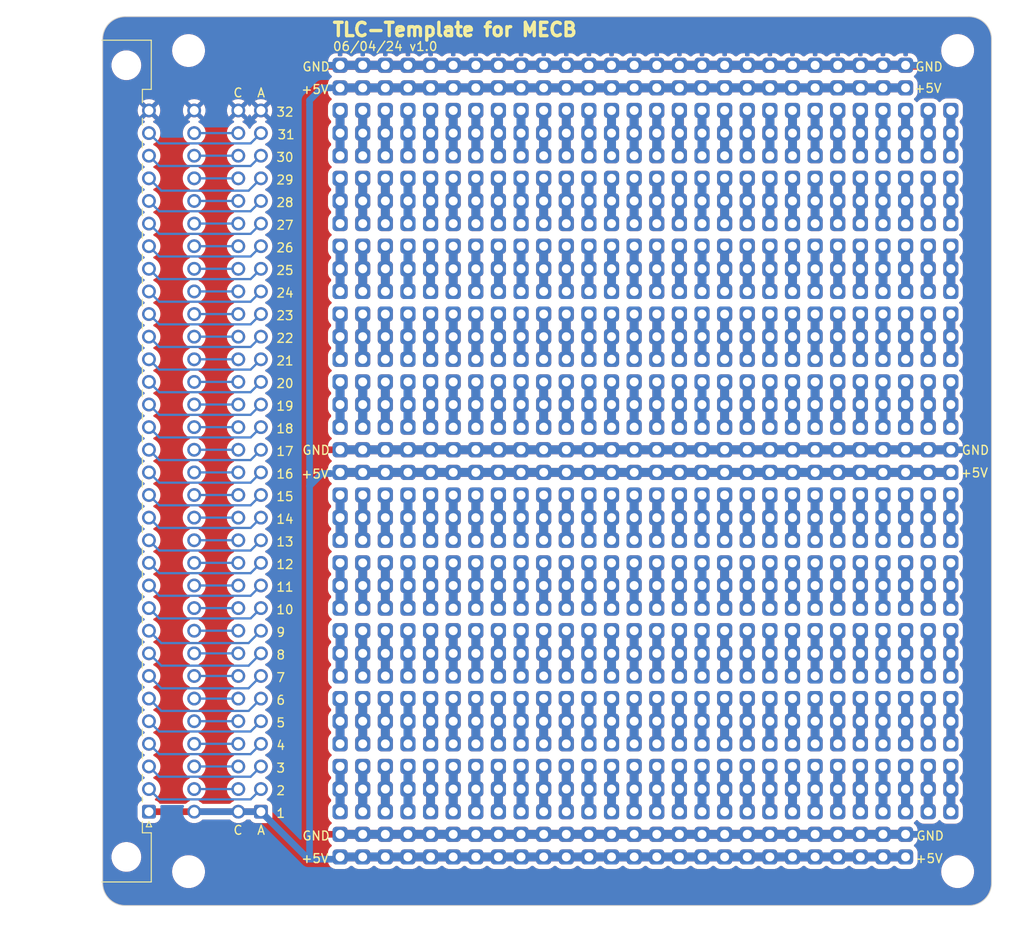
<source format=kicad_pcb>
(kicad_pcb (version 20221018) (generator pcbnew)
  (title_block (title "TLC-Template Card for MECB") (date "06/04/24") (rev "1.0") (company "TLC Stuff"))
  (layers (0 "F.Cu" signal) (31 "B.Cu" signal) (34 "B.Paste" user) (35 "F.Paste" user) (36 "B.SilkS" user "B.Silkscreen") (37 "F.SilkS" user "F.Silkscreen") (38 "B.Mask" user) (39 "F.Mask" user) (44 "Edge.Cuts" user))
  (net 0 "")
  (net 1 "GND")
  (net 2 "+5V")
  (net 3 "ECB_D5")
  (net 4 "ECB_D6")
  (net 5 "ECB_CLK")
  (net 6 "ECB_D3")
  (net 7 "ECB_D4")
  (net 8 "ECB_A2")
  (net 9 "ECB_A4")
  (net 10 "ECB_A5")
  (net 11 "ECB_A6")
  (net 12 "ECB_A14")
  (net 13 "ECB_~{IORQ}")
  (net 14 "ECB_A13")
  (net 15 "ECB_A9")
  (net 16 "ECB_D0")
  (net 17 "ECB_D7")
  (net 18 "ECB_D2")
  (net 19 "ECB_A0")
  (net 20 "ECB_A3")
  (net 21 "ECB_A1")
  (net 22 "ECB_A8")
  (net 23 "ECB_A7")
  (net 24 "ECB_D1")
  (net 25 "ECB_A11")
  (net 26 "ECB_A10")
  (net 27 "ECB_~{NMI}")
  (net 28 "ECB_~{INT}")
  (net 29 "ECB_~{WR}")
  (net 30 "ECB_~{RD}")
  (net 31 "ECB_A12")
  (net 32 "ECB_A15")
  (net 33 "ECB_~{MREQ}")
  (net 34 "ECB_~{RESET}")
  (net 35 "ECB_~{WAIT}")
  (net 36 "ECB_~{BUSRQ}")
  (net 37 "ECB_BA1")
  (net 38 "ECB_DEPR3")
  (net 39 "ECB_A19")
  (net 40 "ECB_DEPR2")
  (net 41 "ECB_A30")
  (net 42 "ECB_BAO")
  (net 43 "ECB_DEPR1")
  (net 44 "ECB_M1")
  (net 45 "ECB_A22")
  (net 46 "ECB_A23")
  (net 47 "ECB_IQ0")
  (net 48 "ECB_VBAT")
  (net 49 "ECB_IQ1")
  (net 50 "ECB_IQ2")
  (net 51 "ECB_~{RFSH}")
  (net 52 "ECB_~{BUSAK}")
  (net 53 "ECB_RESOUT")
  (net 54 "ECB_HALT")
  (net 55 "ECB_A20")
  (net 56 "ECB_A21")
  (net 57 "ECB_IEO")
  (net 58 "ECB_A31")
  (net 59 "ECB_A18")
  (net 60 "ECB_A17")
  (net 61 "ECB_IEI")
  (net 62 "ECB_A16")
  (net 63 "Net-(J9-Pin_1)")
  (footprint "MountingHole:MountingHole_3.2mm_M3" (layer "F.Cu") (at 192.532 50.419)
    (fp_text reference "H1" hide)
    (fp_text value "MountingHole")
  )
  (footprint "MountingHole:MountingHole_3.2mm_M3" (layer "F.Cu") (at 192.532 142.621)
    (fp_text reference "H2" hide)
    (fp_text value "MountingHole")
  )
  (footprint "MountingHole:MountingHole_3.2mm_M3" (layer "F.Cu") (at 106.172 50.419)
    (fp_text reference "H3" hide)
    (fp_text value "MountingHole")
  )
  (footprint "MountingHole:MountingHole_3.2mm_M3" (layer "F.Cu") (at 106.172 142.621)
    (fp_text reference "H4" hide)
    (fp_text value "MountingHole")
  )
  (footprint "TLC_Stuff:GRID_15" (layer "F.Cu") (at 189.23 118.11 -90)
    (fp_text reference "REF**" hide)
    (fp_text value "GRID_15" hide)
  )
  (footprint "Connector_DIN:DIN41612_C_2x32_Female_Vertical_THT" (layer "F.Cu") (at 114.3 135.89 180)
    (fp_text reference "J2" hide)
    (fp_text value "Conn_02x32_Row_Letter_First" hide)
  )
  (footprint "TLC_Stuff:GRID_15" (layer "F.Cu") (at 153.67 118.11 -90)
    (fp_text reference "REF**" hide)
    (fp_text value "GRID_15" hide)
  )
  (footprint "MyCustomFootprintLibrary:DIN41612_C_2x32_C64AC_Male_Horizontal_THT" (layer "F.Cu") (at 101.727 135.89 90)
    (fp_text reference "J1" hide)
    (fp_text value "MECB_64AC")
  )
  (footprint "TLC_Stuff:GRID_15" (layer "F.Cu") (at 171.45 118.11 -90)
    (fp_text reference "REF**" hide)
    (fp_text value "GRID_15" hide)
  )
  (footprint "TLC_Stuff:GRID_26" (layer "F.Cu") (at 146.05 52.07 90)
    (fp_text reference "J3" hide)
    (fp_text value "Conn_01x26" hide)
  )
  (footprint "TLC_Stuff:GRID_15" (layer "F.Cu") (at 133.35 118.11 -90)
    (fp_text reference "REF**" hide)
    (fp_text value "GRID_15" hide)
  )
  (footprint "TLC_Stuff:GRID_15" (layer "F.Cu") (at 151.13 118.11 90)
    (fp_text reference "REF**" hide)
    (fp_text value "GRID_15" hide)
  )
  (footprint "TLC_Stuff:GRID_15" (layer "F.Cu") (at 156.21 118.11 -90)
    (fp_text reference "REF**" hide)
    (fp_text value "GRID_15" hide)
  )
  (footprint "TLC_Stuff:GRID_15" (layer "F.Cu") (at 189.23 74.93 -90)
    (fp_text reference "REF**" hide)
    (fp_text value "GRID_15" hide)
  )
  (footprint "TLC_Stuff:GRID_28" (layer "F.Cu") (at 148.59 95.25 90)
    (fp_text reference "J8" hide)
    (fp_text value "Conn_01x32" hide)
  )
  (footprint "TLC_Stuff:GRID_15" (layer "F.Cu") (at 140.97 118.11 -90)
    (fp_text reference "REF**" hide)
    (fp_text value "GRID_15" hide)
  )
  (footprint "TLC_Stuff:GRID_28" (layer "F.Cu") (at 148.59 97.79 90)
    (fp_text reference "J7" hide)
    (fp_text value "Conn_01x32" hide)
  )
  (footprint "TLC_Stuff:GRID_15" (layer "F.Cu") (at 158.75 74.93 -90)
    (fp_text reference "REF**" hide)
    (fp_text value "GRID_15" hide)
  )
  (footprint "TLC_Stuff:GRID_15" (layer "F.Cu") (at 176.53 74.93 90)
    (fp_text reference "REF**" hide)
    (fp_text value "GRID_15" hide)
  )
  (footprint "TLC_Stuff:GRID_15" (layer "F.Cu") (at 186.69 118.11 90)
    (fp_text reference "REF**" hide)
    (fp_text value "GRID_15" hide)
  )
  (footprint "TLC_Stuff:GRID_15" (layer "F.Cu") (at 168.91 74.93 -90)
    (fp_text reference "REF**" hide)
    (fp_text value "GRID_15" hide)
  )
  (footprint "TLC_Stuff:GRID_15" (layer "F.Cu") (at 128.27 118.11 -90)
    (fp_text reference "REF**" hide)
    (fp_text value "GRID_15" hide)
  )
  (footprint "TLC_Stuff:GRID_15" (layer "F.Cu") (at 146.05 118.11 -90)
    (fp_text reference "REF**" hide)
    (fp_text value "GRID_15" hide)
  )
  (footprint "TLC_Stuff:GRID_15" (layer "F.Cu") (at 168.91 118.11 -90)
    (fp_text reference "REF**" hide)
    (fp_text value "GRID_15" hide)
  )
  (footprint "TLC_Stuff:GRID_15" (layer "F.Cu") (at 166.37 118.11 -90)
    (fp_text reference "REF**" hide)
    (fp_text value "GRID_15" hide)
  )
  (footprint "TLC_Stuff:GRID_15" (layer "F.Cu") (at 143.51 74.93 -90)
    (fp_text reference "REF**" hide)
    (fp_text value "GRID_15" hide)
  )
  (footprint "TLC_Stuff:GRID_15" (layer "F.Cu") (at 140.97 74.93 -90)
    (fp_text reference "REF**" hide)
    (fp_text value "GRID_15" hide)
  )
  (footprint "TLC_Stuff:GRID_15" (layer "F.Cu") (at 163.83 74.93 90)
    (fp_text reference "REF**" hide)
    (fp_text value "GRID_15" hide)
  )
  (footprint "TLC_Stuff:GRID_15" (layer "F.Cu") (at 186.69 74.93 90)
    (fp_text reference "REF**" hide)
    (fp_text value "GRID_15" hide)
  )
  (footprint "TLC_Stuff:GRID_15" (layer "F.Cu") (at 176.53 118.11 90)
    (fp_text reference "REF**" hide)
    (fp_text value "GRID_15" hide)
  )
  (footprint "TLC_Stuff:GRID_15" (layer "F.Cu") (at 181.61 118.11 -90)
    (fp_text reference "REF**" hide)
    (fp_text value "GRID_15" hide)
  )
  (footprint "TLC_Stuff:GRID_15" (layer "F.Cu") (at 184.15 74.93 -90)
    (fp_text reference "REF**" hide)
    (fp_text value "GRID_15" hide)
  )
  (footprint "TLC_Stuff:GRID_15" (layer "F.Cu") (at 158.75 118.11 -90)
    (fp_text reference "REF**" hide)
    (fp_text value "GRID_15" hide)
  )
  (footprint "TLC_Stuff:GRID_15" (layer "F.Cu") (at 163.83 118.11 90)
    (fp_text reference "REF**" hide)
    (fp_text value "GRID_15" hide)
  )
  (footprint "TLC_Stuff:GRID_15" (layer "F.Cu") (at 151.13 74.93 90)
    (fp_text reference "REF**" hide)
    (fp_text value "GRID_15" hide)
  )
  (footprint "TLC_Stuff:GRID_15" (layer "F.Cu") (at 173.99 118.11 90)
    (fp_text reference "J9" hide)
    (fp_text value "Conn_01x15" hide)
  )
  (footprint "TLC_Stuff:GRID_15" (layer "F.Cu") (at 135.89 74.93 90)
    (fp_text reference "J9" hide)
    (fp_text value "Conn_01x15" hide)
  )
  (footprint "TLC_Stuff:GRID_15" (layer "F.Cu") (at 179.07 118.11 -90)
    (fp_text reference "REF**" hide)
    (fp_text value "GRID_15" hide)
  )
  (footprint "TLC_Stuff:GRID_15" (layer "F.Cu") (at 191.77 118.11 -90)
    (fp_text reference "REF**" hide)
    (fp_text value "GRID_15" hide)
  )
  (footprint "TLC_Stuff:GRID_15" (layer "F.Cu") (at 125.73 74.93 90)
    (fp_text reference "REF**" hide)
    (fp_text value "GRID_15" hide)
  )
  (footprint "TLC_Stuff:GRID_15" (layer "F.Cu") (at 130.81 74.93 -90)
    (fp_text reference "REF**" hide)
    (fp_text value "GRID_15" hide)
  )
  (footprint "TLC_Stuff:GRID_26" (layer "F.Cu") (at 146.05 54.61 90)
    (fp_text reference "J5" hide)
    (fp_text value "Conn_01x26" hide)
  )
  (footprint "TLC_Stuff:GRID_15" (layer "F.Cu") (at 156.21 74.93 -90)
    (fp_text reference "REF**" hide)
    (fp_text value "GRID_15" hide)
  )
  (footprint "TLC_Stuff:GRID_15" (layer "F.Cu") (at 135.89 118.11 90)
    (fp_text reference "J9" hide)
    (fp_text value "Conn_01x15" hide)
  )
  (footprint "TLC_Stuff:GRID_15" (layer "F.Cu") (at 166.37 74.93 -90)
    (fp_text reference "REF**" hide)
    (fp_text value "GRID_15" hide)
  )
  (footprint "TLC_Stuff:GRID_15" (layer "F.Cu") (at 130.81 118.11 -90)
    (fp_text reference "REF**" hide)
    (fp_text value "GRID_15" hide)
  )
  (footprint "TLC_Stuff:GRID_15" (layer "F.Cu") (at 123.19 118.11 90)
    (fp_text reference "J9" hide)
    (fp_text value "Conn_01x15" hide)
  )
  (footprint "TLC_Stuff:GRID_15" (layer "F.Cu") (at 179.07 74.93 -90)
    (fp_text reference "REF**" hide)
    (fp_text value "GRID_15" hide)
  )
  (footprint "TLC_Stuff:GRID_15" (layer "F.Cu") (at 146.05 74.93 -90)
    (fp_text reference "REF**" hide)
    (fp_text value "GRID_15" hide)
  )
  (footprint "TLC_Stuff:GRID_15" (layer "F.Cu") (at 125.73 118.11 90)
    (fp_text reference "REF**" hide)
    (fp_text value "GRID_15" hide)
  )
  (footprint "TLC_Stuff:GRID_15" (layer "F.Cu") (at 173.99 74.93 90)
    (fp_text reference "J9" hide)
    (fp_text value "Conn_01x15" hide)
  )
  (footprint "TLC_Stuff:GRID_15" (layer "F.Cu") (at 143.51 118.11 -90)
    (fp_text reference "REF**" hide)
    (fp_text value "GRID_15" hide)
  )
  (footprint "TLC_Stuff:GRID_15" (layer "F.Cu") (at 161.29 118.11 90)
    (fp_text reference "J9" hide)
    (fp_text value "Conn_01x15" hide)
  )
  (footprint "TLC_Stuff:GRID_15" (layer "F.Cu") (at 153.67 74.93 -90)
    (fp_text reference "REF**" hide)
    (fp_text value "GRID_15" hide)
  )
  (footprint "TLC_Stuff:GRID_15" (layer "F.Cu") (at 138.43 74.93 90)
    (fp_text reference "REF**" hide)
    (fp_text value "GRID_15" hide)
  )
  (footprint "TLC_Stuff:GRID_15" (layer "F.Cu") (at 161.29 74.93 90)
    (fp_text reference "J9" hide)
    (fp_text value "Conn_01x15" hide)
  )
  (footprint "TLC_Stuff:GRID_15" (layer "F.Cu") (at 138.43 118.11 90)
    (fp_text reference "REF**" hide)
    (fp_text value "GRID_15" hide)
  )
  (footprint "TLC_Stuff:GRID_15" (layer "F.Cu") (at 133.35 74.93 -90)
    (fp_text reference "REF**" hide)
    (fp_text value "GRID_15" hide)
  )
  (footprint "TLC_Stuff:GRID_15" (layer "F.Cu") (at 128.27 74.93 -90)
    (fp_text reference "REF**" hide)
    (fp_text value "GRID_15" hide)
  )
  (footprint "TLC_Stuff:GRID_15" (layer "F.Cu") (at 171.45 74.93 -90)
    (fp_text reference "REF**" hide)
    (fp_text value "GRID_15" hide)
  )
  (footprint "TLC_Stuff:GRID_15" (layer "F.Cu") (at 123.19 74.93 90)
    (fp_text reference "J9" hide)
    (fp_text value "Conn_01x15" hide)
  )
  (footprint "TLC_Stuff:GRID_15" (layer "F.Cu") (at 184.15 118.11 -90)
    (fp_text reference "REF**" hide)
    (fp_text value "GRID_15" hide)
  )
  (footprint "TLC_Stuff:GRID_15" (layer "F.Cu") (at 191.77 74.93 -90)
    (fp_text reference "REF**" hide)
    (fp_text value "GRID_15" hide)
  )
  (footprint "TLC_Stuff:GRID_26" (layer "F.Cu") (at 146.05 140.97 90)
    (fp_text reference "J6" hide)
    (fp_text value "Conn_01x26" hide)
  )
  (footprint "TLC_Stuff:GRID_15" (layer "F.Cu") (at 181.61 74.93 -90)
    (fp_text reference "REF**" hide)
    (fp_text value "GRID_15" hide)
  )
  (footprint "TLC_Stuff:GRID_15" (layer "F.Cu") (at 148.59 74.93 90)
    (fp_text reference "J9" hide)
    (fp_text value "Conn_01x15" hide)
  )
  (footprint "TLC_Stuff:GRID_26" (layer "F.Cu") (at 146.05 138.43 90)
    (fp_text reference "J4" hide)
    (fp_text value "Conn_01x26" hide)
  )
  (footprint "TLC_Stuff:GRID_15" (layer "F.Cu") (at 148.59 118.11 90)
    (fp_text reference "J9" hide)
    (fp_text value "Conn_01x15" hide)
  )
  (gr_arc (start 196.342 143.891) (mid 195.598051 145.687051) (end 193.802 146.431) (stroke (width 0.1)) (layer "Edge.Cuts"))
  (gr_line (start 193.802 46.609) (end 99.06 46.609) (stroke (width 0.1)) (layer "Edge.Cuts"))
  (gr_arc (start 193.802 46.609) (mid 195.598051 47.352949) (end 196.342 49.149) (stroke (width 0.1)) (layer "Edge.Cuts"))
  (gr_line (start 196.342 143.891) (end 196.342 49.149) (stroke (width 0.1)) (layer "Edge.Cuts"))
  (gr_line (start 99.06 146.431) (end 193.802 146.431) (stroke (width 0.1)) (layer "Edge.Cuts"))
  (gr_arc (start 96.52 49.149) (mid 97.263949 47.352949) (end 99.06 46.609) (stroke (width 0.1)) (layer "Edge.Cuts"))
  (gr_line (start 96.52 49.149) (end 96.52 143.891) (stroke (width 0.1)) (layer "Edge.Cuts"))
  (gr_arc (start 99.06 146.431) (mid 97.263949 145.687051) (end 96.52 143.891) (stroke (width 0.1)) (layer "Edge.Cuts"))
  (gr_text "21" (at 115.951 85.852) (layer "F.SilkS") (effects (font (size 1 1)) (justify left bottom)))
  (gr_text "C" (at 111.125 138.557) (layer "F.SilkS") (effects (font (size 1 1)) (justify left bottom)))
  (gr_text "8" (at 115.951 118.872) (layer "F.SilkS") (effects (font (size 1 1)) (justify left bottom)))
  (gr_text "20" (at 115.951 88.392) (layer "F.SilkS") (effects (font (size 1 1)) (justify left bottom)))
  (gr_text "25" (at 115.951 75.692) (layer "F.SilkS") (effects (font (size 1 1)) (justify left bottom)))
  (gr_text "32" (at 115.951 57.912) (layer "F.SilkS") (effects (font (size 1 1)) (justify left bottom)))
  (gr_text "06/04/24 v1.0" (at 122.301 50.546) (layer "F.SilkS") (effects (font (size 1 1)) (justify left bottom)))
  (gr_text "2" (at 115.951 134.112) (layer "F.SilkS") (effects (font (size 1 1)) (justify left bottom)))
  (gr_text "16" (at 115.951 98.552) (layer "F.SilkS") (effects (font (size 1 1)) (justify left bottom)))
  (gr_text "13" (at 115.951 106.172) (layer "F.SilkS") (effects (font (size 1 1)) (justify left bottom)))
  (gr_text "1" (at 115.951 136.652) (layer "F.SilkS") (effects (font (size 1 1)) (justify left bottom)))
  (gr_text "A" (at 113.792 55.753) (layer "F.SilkS") (effects (font (size 1 1)) (justify left bottom)))
  (gr_text "+5V" (at 187.579 55.245) (layer "F.SilkS") (effects (font (size 1 1)) (justify left bottom)))
  (gr_text "10" (at 115.951 113.792) (layer "F.SilkS") (effects (font (size 1 1)) (justify left bottom)))
  (gr_text "GND" (at 187.706 52.832) (layer "F.SilkS") (effects (font (size 1 1)) (justify left bottom)))
  (gr_text "22" (at 115.951 83.312) (layer "F.SilkS") (effects (font (size 1 1)) (justify left bottom)))
  (gr_text "12" (at 115.951 108.712) (layer "F.SilkS") (effects (font (size 1 1)) (justify left bottom)))
  (gr_text "24" (at 115.951 78.232) (layer "F.SilkS") (effects (font (size 1 1)) (justify left bottom)))
  (gr_text "9" (at 115.951 116.332) (layer "F.SilkS") (effects (font (size 1 1)) (justify left bottom)))
  (gr_text "+5V" (at 118.745 98.552) (layer "F.SilkS") (effects (font (size 1 1)) (justify left bottom)))
  (gr_text "5" (at 115.951 126.492) (layer "F.SilkS") (effects (font (size 1 1)) (justify left bottom)))
  (gr_text "+5V" (at 118.745 141.732) (layer "F.SilkS") (effects (font (size 1 1)) (justify left bottom)))
  (gr_text "A" (at 113.792 138.557) (layer "F.SilkS") (effects (font (size 1 1)) (justify left bottom)))
  (gr_text "TLC-Template for MECB" (at 122.174 48.95) (layer "F.SilkS") (effects (font (size 1.5 1.5) (thickness 0.375) bold) (justify left bottom)))
  (gr_text "6" (at 115.951 123.952) (layer "F.SilkS") (effects (font (size 1 1)) (justify left bottom)))
  (gr_text "17" (at 115.951 96.012) (layer "F.SilkS") (effects (font (size 1 1)) (justify left bottom)))
  (gr_text "19" (at 115.951 90.932) (layer "F.SilkS") (effects (font (size 1 1)) (justify left bottom)))
  (gr_text "C" (at 111.125 55.753) (layer "F.SilkS") (effects (font (size 1 1)) (justify left bottom)))
  (gr_text "4" (at 115.951 129.032) (layer "F.SilkS") (effects (font (size 1 1)) (justify left bottom)))
  (gr_text "+5V" (at 118.745 55.372) (layer "F.SilkS") (effects (font (size 1 1)) (justify left bottom)))
  (gr_text "3" (at 115.951 131.572) (layer "F.SilkS") (effects (font (size 1 1)) (justify left bottom)))
  (gr_text "31" (at 116.078 60.452) (layer "F.SilkS") (effects (font (size 1 1)) (justify left bottom)))
  (gr_text "11" (at 115.951 111.252) (layer "F.SilkS") (effects (font (size 1 1)) (justify left bottom)))
  (gr_text "GND" (at 118.872 139.192) (layer "F.SilkS") (effects (font (size 1 1)) (justify left bottom)))
  (gr_text "30" (at 115.951 62.992) (layer "F.SilkS") (effects (font (size 1 1)) (justify left bottom)))
  (gr_text "27" (at 115.951 70.612) (layer "F.SilkS") (effects (font (size 1 1)) (justify left bottom)))
  (gr_text "+5V" (at 192.786 98.425) (layer "F.SilkS") (effects (font (size 1 1)) (justify left bottom)))
  (gr_text "GND" (at 187.833 139.192) (layer "F.SilkS") (effects (font (size 1 1)) (justify left bottom)))
  (gr_text "GND" (at 192.913 95.885) (layer "F.SilkS") (effects (font (size 1 1)) (justify left bottom)))
  (gr_text "28" (at 115.951 68.072) (layer "F.SilkS") (effects (font (size 1 1)) (justify left bottom)))
  (gr_text "18" (at 115.951 93.472) (layer "F.SilkS") (effects (font (size 1 1)) (justify left bottom)))
  (gr_text "29" (at 115.951 65.532) (layer "F.SilkS") (effects (font (size 1 1)) (justify left bottom)))
  (gr_text "+5V" (at 187.706 141.732) (layer "F.SilkS") (effects (font (size 1 1)) (justify left bottom)))
  (gr_text "14" (at 115.951 103.632) (layer "F.SilkS") (effects (font (size 1 1)) (justify left bottom)))
  (gr_text "15" (at 115.951 101.092) (layer "F.SilkS") (effects (font (size 1 1)) (justify left bottom)))
  (gr_text "7" (at 115.951 121.412) (layer "F.SilkS") (effects (font (size 1 1)) (justify left bottom)))
  (gr_text "23" (at 115.951 80.772) (layer "F.SilkS") (effects (font (size 1 1)) (justify left bottom)))
  (gr_text "GND" (at 118.872 52.832) (layer "F.SilkS") (effects (font (size 1 1)) (justify left bottom)))
  (gr_text "26" (at 115.951 73.152) (layer "F.SilkS") (effects (font (size 1 1)) (justify left bottom)))
  (gr_text "GND" (at 118.872 95.885) (layer "F.SilkS") (effects (font (size 1 1)) (justify left bottom)))
  (segment (start 121.031 138.43) (end 120.904 138.303) (width 0.254) (layer "F.Cu") (net 1))
  (segment (start 189.23 95.25) (end 193.929 95.25) (width 0.75) (layer "F.Cu") (net 1))
  (segment (start 189.103 52.197) (end 189.103 52.451) (width 0.254) (layer "F.Cu") (net 1))
  (segment (start 192.024 138.43) (end 121.031 138.43) (width 0.75) (layer "F.Cu") (net 1))
  (segment (start 120.396 52.197) (end 189.103 52.197) (width 0.75) (layer "F.Cu") (net 1))
  (segment (start 120.904 95.25) (end 120.777 95.123) (width 0.254) (layer "F.Cu") (net 1))
  (segment (start 125.73 95.25) (end 120.904 95.25) (width 0.75) (layer "F.Cu") (net 1))
  (segment (start 190.5 95.25) (end 193.802 95.25) (width 0.75) (layer "B.Cu") (net 1))
  (segment (start 188.849 52.07) (end 188.976 51.943) (width 0.254) (layer "B.Cu") (net 1))
  (segment (start 120.65 52.07) (end 188.849 52.07) (width 0.75) (layer "B.Cu") (net 1))
  (segment (start 184.023 138.43) (end 188.849 138.43) (width 0.75) (layer "B.Cu") (net 1))
  (segment (start 106.807 135.89) (end 111.76 135.89) (width 0.75) (layer "F.Cu") (net 2))
  (segment (start 111.76 135.89) (end 114.3 135.89) (width 0.75) (layer "F.Cu") (net 2))
  (segment (start 101.727 135.89) (end 106.807 135.89) (width 0.75) (layer "F.Cu") (net 2))
  (segment (start 121.158 54.61) (end 122.174 54.61) (width 0.75) (layer "B.Cu") (net 2))
  (segment (start 114.3 135.89) (end 119.634 141.224) (width 0.75) (layer "B.Cu") (net 2))
  (segment (start 119.761 99.314) (end 121.158 97.917) (width 0.75) (layer "B.Cu") (net 2))
  (segment (start 119.761 56.515) (end 119.761 56.007) (width 0.75) (layer "B.Cu") (net 2))
  (segment (start 121.158 97.917) (end 122.047 97.917) (width 0.75) (layer "B.Cu") (net 2))
  (segment (start 119.761 141.224) (end 119.761 99.314) (width 0.75) (layer "B.Cu") (net 2))
  (segment (start 122.047 97.917) (end 122.174 97.917) (width 0.75) (layer "B.Cu") (net 2))
  (segment (start 119.761 141.224) (end 122.307 141.224) (width 0.75) (layer "B.Cu") (net 2))
  (segment (start 106.807 135.89) (end 114.3 135.89) (width 0.75) (layer "B.Cu") (net 2))
  (segment (start 119.761 99.314) (end 119.761 56.515) (width 0.75) (layer "B.Cu") (net 2))
  (segment (start 119.634 141.224) (end 119.761 141.224) (width 0.75) (layer "B.Cu") (net 2))
  (segment (start 119.761 56.007) (end 121.158 54.61) (width 0.75) (layer "B.Cu") (net 2))
  (segment (start 101.727 133.35) (end 102.883 134.506) (width 0.254) (layer "B.Cu") (net 3))
  (segment (start 102.883 134.506) (end 113.144 134.506) (width 0.254) (layer "B.Cu") (net 3))
  (segment (start 113.144 134.506) (end 114.3 133.35) (width 0.254) (layer "B.Cu") (net 3))
  (segment (start 113.144 131.966) (end 114.3 130.81) (width 0.254) (layer "B.Cu") (net 4))
  (segment (start 101.727 130.81) (end 102.883 131.966) (width 0.254) (layer "B.Cu") (net 4))
  (segment (start 102.883 131.966) (end 113.144 131.966) (width 0.254) (layer "B.Cu") (net 4))
  (segment (start 111.76 64.77) (end 106.807 64.77) (width 0.254) (layer "B.Cu") (net 5))
  (segment (start 101.727 128.27) (end 102.883 129.426) (width 0.254) (layer "B.Cu") (net 6))
  (segment (start 113.144 129.426) (end 114.3 128.27) (width 0.254) (layer "B.Cu") (net 6))
  (segment (start 102.883 129.426) (end 113.144 129.426) (width 0.254) (layer "B.Cu") (net 6))
  (segment (start 102.883 126.886) (end 113.144 126.886) (width 0.254) (layer "B.Cu") (net 7))
  (segment (start 113.144 126.886) (end 114.3 125.73) (width 0.254) (layer "B.Cu") (net 7))
  (segment (start 101.727 125.73) (end 102.883 126.886) (width 0.254) (layer "B.Cu") (net 7))
  (segment (start 101.727 123.19) (end 103.111 124.574) (width 0.254) (layer "B.Cu") (net 8))
  (segment (start 103.111 124.574) (end 112.916 124.574) (width 0.254) (layer "B.Cu") (net 8))
  (segment (start 112.916 124.574) (end 114.3 123.19) (width 0.254) (layer "B.Cu") (net 8))
  (segment (start 101.727 120.65) (end 103.111 122.034) (width 0.254) (layer "B.Cu") (net 9))
  (segment (start 103.111 122.034) (end 112.916 122.034) (width 0.254) (layer "B.Cu") (net 9))
  (segment (start 112.916 122.034) (end 114.3 120.65) (width 0.254) (layer "B.Cu") (net 9))
  (segment (start 112.916 119.494) (end 114.3 118.11) (width 0.254) (layer "B.Cu") (net 10))
  (segment (start 101.727 118.11) (end 103.111 119.494) (width 0.254) (layer "B.Cu") (net 10))
  (segment (start 103.111 119.494) (end 112.916 119.494) (width 0.254) (layer "B.Cu") (net 10))
  (segment (start 103.111 116.954) (end 112.916 116.954) (width 0.254) (layer "B.Cu") (net 11))
  (segment (start 101.727 115.57) (end 103.111 116.954) (width 0.254) (layer "B.Cu") (net 11))
  (segment (start 112.916 116.954) (end 114.3 115.57) (width 0.254) (layer "B.Cu") (net 11))
  (segment (start 101.727 92.71) (end 102.883 93.866) (width 0.254) (layer "B.Cu") (net 12))
  (segment (start 113.144 93.866) (end 114.3 92.71) (width 0.254) (layer "B.Cu") (net 12))
  (segment (start 102.883 93.866) (end 113.144 93.866) (width 0.254) (layer "B.Cu") (net 12))
  (segment (start 113.144 71.006) (end 114.3 69.85) (width 0.254) (layer "B.Cu") (net 13))
  (segment (start 101.727 69.85) (end 102.883 71.006) (width 0.254) (layer "B.Cu") (net 13))
  (segment (start 102.883 71.006) (end 113.144 71.006) (width 0.254) (layer "B.Cu") (net 13))
  (segment (start 101.727 64.77) (end 103.111 66.154) (width 0.254) (layer "B.Cu") (net 14))
  (segment (start 103.111 66.154) (end 112.916 66.154) (width 0.254) (layer "B.Cu") (net 14))
  (segment (start 112.916 66.154) (end 114.3 64.77) (width 0.254) (layer "B.Cu") (net 14))
  (segment (start 102.883 63.386) (end 113.144 63.386) (width 0.254) (layer "B.Cu") (net 15))
  (segment (start 101.727 62.23) (end 102.883 63.386) (width 0.254) (layer "B.Cu") (net 15))
  (segment (start 113.144 63.386) (end 114.3 62.23) (width 0.254) (layer "B.Cu") (net 15))
  (segment (start 111.76 133.35) (end 106.807 133.35) (width 0.254) (layer "B.Cu") (net 16))
  (segment (start 106.807 130.81) (end 111.76 130.81) (width 0.254) (layer "B.Cu") (net 17))
  (segment (start 111.76 128.27) (end 106.807 128.27) (width 0.254) (layer "B.Cu") (net 18))
  (segment (start 106.807 125.73) (end 111.76 125.73) (width 0.254) (layer "B.Cu") (net 19))
  (segment (start 111.76 123.19) (end 106.807 123.19) (width 0.254) (layer "B.Cu") (net 20))
  (segment (start 106.807 120.65) (end 111.76 120.65) (width 0.254) (layer "B.Cu") (net 21))
  (segment (start 111.76 118.11) (end 106.807 118.11) (width 0.254) (layer "B.Cu") (net 22))
  (segment (start 106.807 115.57) (end 111.76 115.57) (width 0.254) (layer "B.Cu") (net 23))
  (segment (start 106.807 102.87) (end 111.76 102.87) (width 0.254) (layer "B.Cu") (net 24))
  (segment (start 106.807 95.25) (end 111.76 95.25) (width 0.254) (layer "B.Cu") (net 25))
  (segment (start 111.76 92.71) (end 106.807 92.71) (width 0.254) (layer "B.Cu") (net 26))
  (segment (start 111.76 87.63) (end 106.807 87.63) (width 0.254) (layer "B.Cu") (net 27))
  (segment (start 106.807 85.09) (end 111.76 85.09) (width 0.254) (layer "B.Cu") (net 28))
  (segment (start 111.76 82.55) (end 106.807 82.55) (width 0.254) (layer "B.Cu") (net 29))
  (segment (start 111.76 77.47) (end 106.807 77.47) (width 0.254) (layer "B.Cu") (net 30))
  (segment (start 106.807 69.85) (end 111.76 69.85) (width 0.254) (layer "B.Cu") (net 31))
  (segment (start 106.807 67.31) (end 111.76 67.31) (width 0.254) (layer "B.Cu") (net 32))
  (segment (start 106.807 62.23) (end 111.76 62.23) (width 0.254) (layer "B.Cu") (net 33))
  (segment (start 106.807 59.69) (end 111.76 59.69) (width 0.254) (layer "B.Cu") (net 34))
  (segment (start 113.144 114.186) (end 114.3 113.03) (width 0.254) (layer "B.Cu") (net 35))
  (segment (start 102.883 114.186) (end 113.144 114.186) (width 0.254) (layer "B.Cu") (net 35))
  (segment (start 101.727 113.03) (end 102.883 114.186) (width 0.254) (layer "B.Cu") (net 35))
  (segment (start 101.727 110.49) (end 102.883 111.646) (width 0.254) (layer "B.Cu") (net 36))
  (segment (start 102.883 111.646) (end 113.144 111.646) (width 0.254) (layer "B.Cu") (net 36))
  (segment (start 113.144 111.646) (end 114.3 110.49) (width 0.254) (layer "B.Cu") (net 36))
  (segment (start 102.883 109.106) (end 113.144 109.106) (width 0.254) (layer "B.Cu") (net 37))
  (segment (start 113.144 109.106) (end 114.3 107.95) (width 0.254) (layer "B.Cu") (net 37))
  (segment (start 101.727 107.95) (end 102.883 109.106) (width 0.254) (layer "B.Cu") (net 37))
  (segment (start 113.144 106.566) (end 114.3 105.41) (width 0.254) (layer "B.Cu") (net 38))
  (segment (start 101.727 105.41) (end 102.883 106.566) (width 0.254) (layer "B.Cu") (net 38))
  (segment (start 102.883 106.566) (end 113.144 106.566) (width 0.254) (layer "B.Cu") (net 38))
  (segment (start 101.727 102.87) (end 102.883 104.026) (width 0.254) (layer "B.Cu") (net 39))
  (segment (start 113.144 104.026) (end 114.3 102.87) (width 0.254) (layer "B.Cu") (net 39))
  (segment (start 102.883 104.026) (end 113.144 104.026) (width 0.254) (layer "B.Cu") (net 39))
  (segment (start 114.3 100.33) (end 113.144 101.486) (width 0.254) (layer "B.Cu") (net 40))
  (segment (start 113.144 101.486) (end 102.883 101.486) (width 0.254) (layer "B.Cu") (net 40))
  (segment (start 102.883 101.486) (end 101.727 100.33) (width 0.254) (layer "B.Cu") (net 40))
  (segment (start 114.3 97.79) (end 113.144 98.946) (width 0.254) (layer "B.Cu") (net 41))
  (segment (start 113.144 98.946) (end 102.883 98.946) (width 0.254) (layer "B.Cu") (net 41))
  (segment (start 102.883 98.946) (end 101.727 97.79) (width 0.254) (layer "B.Cu") (net 41))
  (segment (start 102.883 96.406) (end 101.727 95.25) (width 0.254) (layer "B.Cu") (net 42))
  (segment (start 113.144 96.406) (end 102.883 96.406) (width 0.254) (layer "B.Cu") (net 42))
  (segment (start 114.3 95.25) (end 113.144 96.406) (width 0.254) (layer "B.Cu") (net 42))
  (segment (start 114.3 90.17) (end 113.144 91.326) (width 0.254) (layer "B.Cu") (net 43))
  (segment (start 102.883 91.326) (end 101.727 90.17) (width 0.254) (layer "B.Cu") (net 43))
  (segment (start 113.144 91.326) (end 102.883 91.326) (width 0.254) (layer "B.Cu") (net 43))
  (segment (start 113.144 88.786) (end 114.3 87.63) (width 0.254) (layer "B.Cu") (net 44))
  (segment (start 101.727 87.63) (end 102.883 88.786) (width 0.254) (layer "B.Cu") (net 44))
  (segment (start 102.883 88.786) (end 113.144 88.786) (width 0.254) (layer "B.Cu") (net 44))
  (segment (start 113.144 86.246) (end 102.883 86.246) (width 0.254) (layer "B.Cu") (net 45))
  (segment (start 114.3 85.09) (end 113.144 86.246) (width 0.254) (layer "B.Cu") (net 45))
  (segment (start 102.883 86.246) (end 101.727 85.09) (width 0.254) (layer "B.Cu") (net 45))
  (segment (start 102.883 83.706) (end 113.144 83.706) (width 0.254) (layer "B.Cu") (net 46))
  (segment (start 113.144 83.706) (end 114.3 82.55) (width 0.254) (layer "B.Cu") (net 46))
  (segment (start 101.727 82.55) (end 102.883 83.706) (width 0.254) (layer "B.Cu") (net 46))
  (segment (start 101.727 80.01) (end 102.883 81.166) (width 0.254) (layer "B.Cu") (net 47))
  (segment (start 113.144 81.166) (end 114.3 80.01) (width 0.254) (layer "B.Cu") (net 47))
  (segment (start 102.883 81.166) (end 113.144 81.166) (width 0.254) (layer "B.Cu") (net 47))
  (segment (start 102.883 78.626) (end 113.144 78.626) (width 0.254) (layer "B.Cu") (net 48))
  (segment (start 113.144 78.626) (end 114.3 77.47) (width 0.254) (layer "B.Cu") (net 48))
  (segment (start 101.727 77.47) (end 102.883 78.626) (width 0.254) (layer "B.Cu") (net 48))
  (segment (start 102.883 76.086) (end 101.727 74.93) (width 0.254) (layer "B.Cu") (net 49))
  (segment (start 114.3 74.93) (end 113.144 76.086) (width 0.254) (layer "B.Cu") (net 49))
  (segment (start 113.144 76.086) (end 102.883 76.086) (width 0.254) (layer "B.Cu") (net 49))
  (segment (start 101.727 72.39) (end 102.883 73.546) (width 0.254) (layer "B.Cu") (net 50))
  (segment (start 102.883 73.546) (end 113.144 73.546) (width 0.254) (layer "B.Cu") (net 50))
  (segment (start 113.144 73.546) (end 114.3 72.39) (width 0.254) (layer "B.Cu") (net 50))
  (segment (start 113.144 68.466) (end 114.3 67.31) (width 0.254) (layer "B.Cu") (net 51))
  (segment (start 101.727 67.31) (end 102.883 68.466) (width 0.254) (layer "B.Cu") (net 51))
  (segment (start 102.883 68.466) (end 113.144 68.466) (width 0.254) (layer "B.Cu") (net 51))
  (segment (start 113.144 60.846) (end 114.3 59.69) (width 0.254) (layer "B.Cu") (net 52))
  (segment (start 102.883 60.846) (end 113.144 60.846) (width 0.254) (layer "B.Cu") (net 52))
  (segment (start 101.727 59.69) (end 102.883 60.846) (width 0.254) (layer "B.Cu") (net 52))
  (segment (start 111.76 72.39) (end 106.807 72.39) (width 0.254) (layer "B.Cu") (net 53))
  (segment (start 106.807 74.93) (end 111.76 74.93) (width 0.254) (layer "B.Cu") (net 54))
  (segment (start 111.76 80.01) (end 106.807 80.01) (width 0.254) (layer "B.Cu") (net 55))
  (segment (start 106.807 90.17) (end 111.76 90.17) (width 0.254) (layer "B.Cu") (net 56))
  (segment (start 111.76 97.79) (end 106.807 97.79) (width 0.254) (layer "B.Cu") (net 57))
  (segment (start 106.807 100.33) (end 111.76 100.33) (width 0.254) (layer "B.Cu") (net 58))
  (segment (start 111.76 105.41) (end 106.807 105.41) (width 0.254) (layer "B.Cu") (net 59))
  (segment (start 111.76 107.95) (end 106.807 107.95) (width 0.254) (layer "B.Cu") (net 60))
  (segment (start 111.76 110.49) (end 106.807 110.49) (width 0.254) (layer "B.Cu") (net 61))
  (segment (start 111.76 113.03) (end 106.807 113.03) (width 0.254) (layer "B.Cu") (net 62))
  (zone (net 1) (net_name "GND") (layers "F&B.Cu") (connect_pads (clearance 0.508)) (min_thickness 0.25) (fill yes (thermal_gap 0.5) (thermal_bridge_width 0.5))
    (polygon (pts (xy 85 45) (xy 200 45) (xy 200 150) (xy 85 150)))
  )
)
</source>
